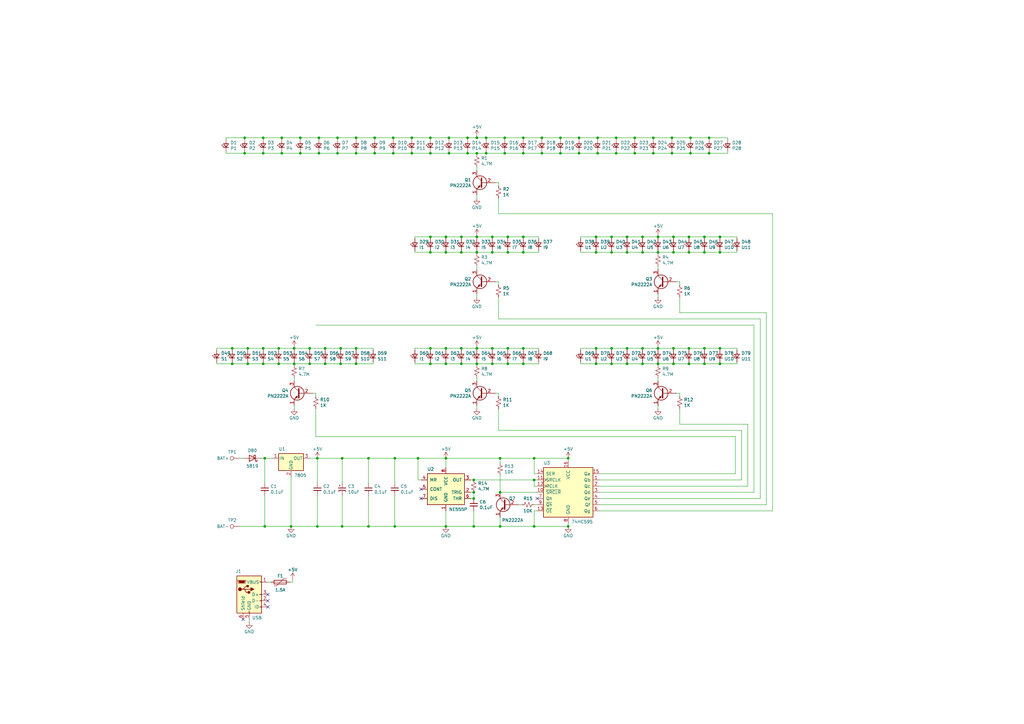
<source format=kicad_sch>
(kicad_sch (version 20231120) (generator "eeschema") (generator_version "8.0")
  (paper "A3")
  (title_block (title "Graduation Cap") (date "2021-03-20") (rev "1A") (comment 4 "Author: Mike Kushnerik"))
  (junction (at 189.23 97.155))
  (junction (at 114.3 149.225))
  (junction (at 101.6 149.225))
  (junction (at 176.53 142.875))
  (junction (at 257.175 149.225))
  (junction (at 171.45 187.96))
  (junction (at 283.21 56.515))
  (junction (at 107.95 142.875))
  (junction (at 214.63 142.875))
  (junction (at 208.28 142.875))
  (junction (at 257.175 142.875))
  (junction (at 146.05 62.865))
  (junction (at 214.63 149.225))
  (junction (at 100.33 56.515))
  (junction (at 282.575 149.225))
  (junction (at 133.35 149.225))
  (junction (at 130.81 62.865))
  (junction (at 229.87 62.865))
  (junction (at 219.075 187.96))
  (junction (at 168.91 56.515))
  (junction (at 201.93 103.505))
  (junction (at 133.35 142.875))
  (junction (at 207.01 56.515))
  (junction (at 245.11 56.515))
  (junction (at 229.87 56.515))
  (junction (at 214.63 56.515))
  (junction (at 244.475 149.225))
  (junction (at 250.825 149.225))
  (junction (at 244.475 103.505))
  (junction (at 161.925 187.96))
  (junction (at 195.58 142.875))
  (junction (at 233.045 215.9))
  (junction (at 176.53 103.505))
  (junction (at 260.35 62.865))
  (junction (at 205.105 215.9))
  (junction (at 146.05 142.875))
  (junction (at 290.83 62.865))
  (junction (at 176.53 97.155))
  (junction (at 295.275 149.225))
  (junction (at 176.53 62.865))
  (junction (at 276.225 97.155))
  (junction (at 191.77 56.515))
  (junction (at 130.81 56.515))
  (junction (at 201.93 97.155))
  (junction (at 194.31 201.93))
  (junction (at 195.58 62.865))
  (junction (at 267.97 62.865))
  (junction (at 127 142.875))
  (junction (at 107.95 62.865))
  (junction (at 295.275 103.505))
  (junction (at 189.23 103.505))
  (junction (at 176.53 56.515))
  (junction (at 257.175 97.155))
  (junction (at 275.59 62.865))
  (junction (at 208.28 97.155))
  (junction (at 214.63 97.155))
  (junction (at 288.925 103.505))
  (junction (at 161.29 56.515))
  (junction (at 214.63 103.505))
  (junction (at 269.875 97.155))
  (junction (at 100.33 62.865))
  (junction (at 184.15 62.865))
  (junction (at 194.31 204.47))
  (junction (at 222.25 56.515))
  (junction (at 208.28 149.225))
  (junction (at 184.15 56.515))
  (junction (at 288.925 97.155))
  (junction (at 244.475 142.875))
  (junction (at 282.575 97.155))
  (junction (at 195.58 149.225))
  (junction (at 146.05 149.225))
  (junction (at 107.95 56.515))
  (junction (at 244.475 97.155))
  (junction (at 127 149.225))
  (junction (at 114.3 142.875))
  (junction (at 263.525 142.875))
  (junction (at 182.88 187.96))
  (junction (at 115.57 56.515))
  (junction (at 250.825 142.875))
  (junction (at 123.19 62.865))
  (junction (at 219.075 196.85))
  (junction (at 263.525 103.505))
  (junction (at 207.01 62.865))
  (junction (at 130.175 215.9))
  (junction (at 168.91 62.865))
  (junction (at 276.225 149.225))
  (junction (at 115.57 62.865))
  (junction (at 260.35 56.515))
  (junction (at 161.925 215.9))
  (junction (at 146.05 56.515))
  (junction (at 275.59 56.515))
  (junction (at 282.575 142.875))
  (junction (at 222.25 62.865))
  (junction (at 95.25 142.875))
  (junction (at 119.38 215.9))
  (junction (at 199.39 62.865))
  (junction (at 195.58 56.515))
  (junction (at 237.49 56.515))
  (junction (at 123.19 56.515))
  (junction (at 295.275 142.875))
  (junction (at 263.525 97.155))
  (junction (at 208.28 103.505))
  (junction (at 108.585 215.9))
  (junction (at 245.11 62.865))
  (junction (at 107.95 149.225))
  (junction (at 219.075 215.9))
  (junction (at 263.525 149.225))
  (junction (at 276.225 142.875))
  (junction (at 182.88 142.875))
  (junction (at 250.825 103.505))
  (junction (at 269.875 149.225))
  (junction (at 288.925 149.225))
  (junction (at 120.65 149.225))
  (junction (at 295.275 97.155))
  (junction (at 269.875 103.505))
  (junction (at 194.31 196.85))
  (junction (at 138.43 62.865))
  (junction (at 140.335 187.96))
  (junction (at 191.77 62.865))
  (junction (at 189.23 142.875))
  (junction (at 189.23 149.225))
  (junction (at 153.67 62.865))
  (junction (at 140.335 215.9))
  (junction (at 139.7 142.875))
  (junction (at 201.93 149.225))
  (junction (at 151.13 215.9))
  (junction (at 276.225 103.505))
  (junction (at 201.93 142.875))
  (junction (at 267.97 56.515))
  (junction (at 108.585 187.96))
  (junction (at 237.49 62.865))
  (junction (at 250.825 97.155))
  (junction (at 161.29 62.865))
  (junction (at 252.73 62.865))
  (junction (at 95.25 149.225))
  (junction (at 252.73 56.515))
  (junction (at 101.6 142.875))
  (junction (at 290.83 56.515))
  (junction (at 205.105 201.93))
  (junction (at 176.53 149.225))
  (junction (at 139.7 149.225))
  (junction (at 182.88 97.155))
  (junction (at 138.43 56.515))
  (junction (at 130.175 187.96))
  (junction (at 153.67 56.515))
  (junction (at 182.88 103.505))
  (junction (at 194.31 215.9))
  (junction (at 182.88 149.225))
  (junction (at 214.63 62.865))
  (junction (at 233.045 187.96))
  (junction (at 151.13 187.96))
  (junction (at 182.88 215.9))
  (junction (at 195.58 97.155))
  (junction (at 283.21 62.865))
  (junction (at 257.175 103.505))
  (junction (at 269.875 142.875))
  (junction (at 195.58 103.505))
  (junction (at 282.575 103.505))
  (junction (at 199.39 56.515))
  (junction (at 205.105 187.96))
  (junction (at 120.65 142.875))
  (junction (at 288.925 142.875))
  (no_connect (at 172.72 204.47))
  (no_connect (at 109.855 243.84))
  (no_connect (at 99.695 254))
  (no_connect (at 220.345 204.47))
  (no_connect (at 109.855 248.92))
  (no_connect (at 172.72 200.66))
  (no_connect (at 109.855 246.38))
  (wire (pts (xy 184.15 57.15) (xy 184.15 56.515)))
  (wire (pts (xy 214.63 97.79) (xy 214.63 97.155)))
  (wire (pts (xy 101.6 149.225) (xy 107.95 149.225)))
  (wire (pts (xy 275.59 56.515) (xy 283.21 56.515)))
  (wire (pts (xy 195.58 103.505) (xy 195.58 104.14)))
  (wire (pts (xy 172.72 196.85) (xy 171.45 196.85)))
  (wire (pts (xy 195.58 148.59) (xy 195.58 149.225)))
  (wire (pts (xy 107.95 62.23) (xy 107.95 62.865)))
  (wire (pts (xy 276.225 102.87) (xy 276.225 103.505)))
  (wire (pts (xy 214.63 97.155) (xy 220.98 97.155)))
  (wire (pts (xy 260.35 56.515) (xy 267.97 56.515)))
  (wire (pts (xy 219.075 207.01) (xy 220.345 207.01)))
  (wire (pts (xy 120.65 142.875) (xy 127 142.875)))
  (wire (pts (xy 176.53 62.865) (xy 184.15 62.865)))
  (wire (pts (xy 263.525 97.155) (xy 269.875 97.155)))
  (wire (pts (xy 195.58 149.225) (xy 195.58 149.86)))
  (wire (pts (xy 275.59 56.515) (xy 275.59 57.15)))
  (wire (pts (xy 153.67 62.23) (xy 153.67 62.865)))
  (wire (pts (xy 238.125 97.155) (xy 244.475 97.155)))
  (wire (pts (xy 195.58 103.505) (xy 201.93 103.505)))
  (wire (pts (xy 263.525 97.79) (xy 263.525 97.155)))
  (wire (pts (xy 161.925 215.9) (xy 182.88 215.9)))
  (wire (pts (xy 130.81 56.515) (xy 123.19 56.515)))
  (wire (pts (xy 182.88 103.505) (xy 189.23 103.505)))
  (wire (pts (xy 92.71 62.865) (xy 92.71 62.23)))
  (wire (pts (xy 146.05 56.515) (xy 138.43 56.515)))
  (wire (pts (xy 139.7 148.59) (xy 139.7 149.225)))
  (wire (pts (xy 283.21 62.23) (xy 283.21 62.865)))
  (wire (pts (xy 95.25 143.51) (xy 95.25 142.875)))
  (wire (pts (xy 195.58 97.155) (xy 195.58 96.52)))
  (wire (pts (xy 123.19 62.865) (xy 130.81 62.865)))
  (wire (pts (xy 276.225 97.79) (xy 276.225 97.155)))
  (wire (pts (xy 244.475 97.79) (xy 244.475 97.155)))
  (wire (pts (xy 199.39 62.23) (xy 199.39 62.865)))
  (wire (pts (xy 168.91 57.15) (xy 168.91 56.515)))
  (wire (pts (xy 130.175 187.96) (xy 140.335 187.96)))
  (wire (pts (xy 205.105 201.93) (xy 205.105 194.945)))
  (wire (pts (xy 195.58 62.865) (xy 199.39 62.865)))
  (wire (pts (xy 260.35 62.23) (xy 260.35 62.865)))
  (wire (pts (xy 176.53 97.79) (xy 176.53 97.155)))
  (wire (pts (xy 257.175 148.59) (xy 257.175 149.225)))
  (wire (pts (xy 283.21 62.865) (xy 290.83 62.865)))
  (wire (pts (xy 245.745 207.01) (xy 314.325 207.01)))
  (wire (pts (xy 288.925 148.59) (xy 288.925 149.225)))
  (wire (pts (xy 309.245 133.35) (xy 309.245 201.93)))
  (wire (pts (xy 182.88 102.87) (xy 182.88 103.505)))
  (wire (pts (xy 252.73 57.15) (xy 252.73 56.515)))
  (wire (pts (xy 184.15 62.865) (xy 191.77 62.865)))
  (wire (pts (xy 267.97 56.515) (xy 275.59 56.515)))
  (wire (pts (xy 204.47 116.84) (xy 204.47 115.57)))
  (wire (pts (xy 120.65 167.64) (xy 120.65 166.37)))
  (wire (pts (xy 238.125 143.51) (xy 238.125 142.875)))
  (wire (pts (xy 95.25 148.59) (xy 95.25 149.225)))
  (wire (pts (xy 201.93 103.505) (xy 208.28 103.505)))
  (wire (pts (xy 115.57 62.23) (xy 115.57 62.865)))
  (wire (pts (xy 214.63 56.515) (xy 222.25 56.515)))
  (wire (pts (xy 275.59 62.23) (xy 275.59 62.865)))
  (wire (pts (xy 101.6 148.59) (xy 101.6 149.225)))
  (wire (pts (xy 92.71 57.15) (xy 92.71 56.515)))
  (wire (pts (xy 130.81 62.23) (xy 130.81 62.865)))
  (wire (pts (xy 195.58 81.28) (xy 195.58 80.01)))
  (wire (pts (xy 127 149.225) (xy 133.35 149.225)))
  (wire (pts (xy 170.18 102.87) (xy 170.18 103.505)))
  (wire (pts (xy 276.225 143.51) (xy 276.225 142.875)))
  (wire (pts (xy 237.49 62.865) (xy 245.11 62.865)))
  (wire (pts (xy 133.35 149.225) (xy 139.7 149.225)))
  (wire (pts (xy 245.745 201.93) (xy 309.245 201.93)))
  (wire (pts (xy 205.105 187.96) (xy 219.075 187.96)))
  (wire (pts (xy 295.275 149.225) (xy 302.26 149.225)))
  (wire (pts (xy 204.47 176.53) (xy 304.165 176.53)))
  (wire (pts (xy 238.125 148.59) (xy 238.125 149.225)))
  (wire (pts (xy 282.575 97.79) (xy 282.575 97.155)))
  (wire (pts (xy 263.525 148.59) (xy 263.525 149.225)))
  (wire (pts (xy 129.54 133.35) (xy 309.245 133.35)))
  (wire (pts (xy 194.31 204.47) (xy 194.31 201.93)))
  (wire (pts (xy 298.45 62.23) (xy 298.45 62.865)))
  (wire (pts (xy 245.745 194.31) (xy 301.625 194.31)))
  (wire (pts (xy 191.77 57.15) (xy 191.77 56.515)))
  (wire (pts (xy 176.53 102.87) (xy 176.53 103.505)))
  (wire (pts (xy 269.875 149.225) (xy 269.875 149.86)))
  (wire (pts (xy 184.15 62.23) (xy 184.15 62.865)))
  (wire (pts (xy 208.28 103.505) (xy 214.63 103.505)))
  (wire (pts (xy 107.95 143.51) (xy 107.95 142.875)))
  (wire (pts (xy 88.9 143.51) (xy 88.9 142.875)))
  (wire (pts (xy 127 142.875) (xy 133.35 142.875)))
  (wire (pts (xy 257.175 102.87) (xy 257.175 103.505)))
  (wire (pts (xy 130.81 62.865) (xy 138.43 62.865)))
  (wire (pts (xy 250.825 102.87) (xy 250.825 103.505)))
  (wire (pts (xy 153.035 149.225) (xy 153.035 148.59)))
  (wire (pts (xy 195.58 156.21) (xy 195.58 154.94)))
  (wire (pts (xy 189.23 102.87) (xy 189.23 103.505)))
  (wire (pts (xy 151.13 187.96) (xy 161.925 187.96)))
  (wire (pts (xy 195.58 167.64) (xy 195.58 166.37)))
  (wire (pts (xy 214.63 102.87) (xy 214.63 103.505)))
  (wire (pts (xy 222.25 62.865) (xy 229.87 62.865)))
  (wire (pts (xy 282.575 148.59) (xy 282.575 149.225)))
  (wire (pts (xy 176.53 103.505) (xy 182.88 103.505)))
  (wire (pts (xy 107.95 62.865) (xy 100.33 62.865)))
  (wire (pts (xy 269.875 103.505) (xy 269.875 104.14)))
  (wire (pts (xy 189.23 142.875) (xy 195.58 142.875)))
  (wire (pts (xy 88.9 149.225) (xy 95.25 149.225)))
  (wire (pts (xy 290.83 56.515) (xy 298.45 56.515)))
  (wire (pts (xy 260.35 57.15) (xy 260.35 56.515)))
  (wire (pts (xy 212.725 207.01) (xy 213.995 207.01)))
  (wire (pts (xy 269.875 97.155) (xy 276.225 97.155)))
  (wire (pts (xy 205.105 189.865) (xy 205.105 187.96)))
  (wire (pts (xy 161.925 203.2) (xy 161.925 215.9)))
  (wire (pts (xy 115.57 62.865) (xy 123.19 62.865)))
  (wire (pts (xy 168.91 62.865) (xy 176.53 62.865)))
  (wire (pts (xy 123.19 57.15) (xy 123.19 56.515)))
  (wire (pts (xy 120.65 149.225) (xy 127 149.225)))
  (wire (pts (xy 170.18 97.79) (xy 170.18 97.155)))
  (wire (pts (xy 191.77 56.515) (xy 184.15 56.515)))
  (wire (pts (xy 100.33 57.15) (xy 100.33 56.515)))
  (wire (pts (xy 219.075 194.31) (xy 219.075 187.96)))
  (wire (pts (xy 204.47 87.63) (xy 316.865 87.63)))
  (wire (pts (xy 233.045 214.63) (xy 233.045 215.9)))
  (wire (pts (xy 214.63 148.59) (xy 214.63 149.225)))
  (wire (pts (xy 107.315 187.96) (xy 108.585 187.96)))
  (wire (pts (xy 153.035 142.875) (xy 153.035 143.51)))
  (wire (pts (xy 151.13 198.12) (xy 151.13 187.96)))
  (wire (pts (xy 195.58 97.155) (xy 201.93 97.155)))
  (wire (pts (xy 245.11 62.23) (xy 245.11 62.865)))
  (wire (pts (xy 244.475 143.51) (xy 244.475 142.875)))
  (wire (pts (xy 108.585 215.9) (xy 119.38 215.9)))
  (wire (pts (xy 283.21 57.15) (xy 283.21 56.515)))
  (wire (pts (xy 182.88 187.96) (xy 182.88 191.77)))
  (wire (pts (xy 252.73 56.515) (xy 260.35 56.515)))
  (wire (pts (xy 151.13 203.2) (xy 151.13 215.9)))
  (wire (pts (xy 133.35 148.59) (xy 133.35 149.225)))
  (wire (pts (xy 219.075 199.39) (xy 219.075 196.85)))
  (wire (pts (xy 250.825 97.79) (xy 250.825 97.155)))
  (wire (pts (xy 107.95 149.225) (xy 114.3 149.225)))
  (wire (pts (xy 109.855 238.76) (xy 111.125 238.76)))
  (wire (pts (xy 195.58 55.88) (xy 195.58 56.515)))
  (wire (pts (xy 161.29 62.23) (xy 161.29 62.865)))
  (wire (pts (xy 130.175 215.9) (xy 140.335 215.9)))
  (wire (pts (xy 214.63 142.875) (xy 220.98 142.875)))
  (wire (pts (xy 108.585 198.12) (xy 108.585 187.96)))
  (wire (pts (xy 244.475 148.59) (xy 244.475 149.225)))
  (wire (pts (xy 191.77 62.23) (xy 191.77 62.865)))
  (wire (pts (xy 302.26 103.505) (xy 302.26 102.87)))
  (wire (pts (xy 182.88 97.155) (xy 189.23 97.155)))
  (wire (pts (xy 316.865 87.63) (xy 316.865 209.55)))
  (wire (pts (xy 170.18 149.225) (xy 176.53 149.225)))
  (wire (pts (xy 207.01 62.865) (xy 214.63 62.865)))
  (wire (pts (xy 100.33 62.865) (xy 92.71 62.865)))
  (wire (pts (xy 208.28 148.59) (xy 208.28 149.225)))
  (wire (pts (xy 208.28 97.155) (xy 214.63 97.155)))
  (wire (pts (xy 250.825 97.155) (xy 257.175 97.155)))
  (wire (pts (xy 269.875 121.92) (xy 269.875 120.65)))
  (wire (pts (xy 204.47 167.64) (xy 204.47 176.53)))
  (wire (pts (xy 220.345 209.55) (xy 219.075 209.55)))
  (wire (pts (xy 189.23 97.155) (xy 195.58 97.155)))
  (wire (pts (xy 133.35 142.875) (xy 139.7 142.875)))
  (wire (pts (xy 288.925 103.505) (xy 295.275 103.505)))
  (wire (pts (xy 195.58 121.92) (xy 195.58 120.65)))
  (wire (pts (xy 250.825 149.225) (xy 257.175 149.225)))
  (wire (pts (xy 199.39 57.15) (xy 199.39 56.515)))
  (wire (pts (xy 119.38 215.9) (xy 130.175 215.9)))
  (wire (pts (xy 120.65 156.21) (xy 120.65 154.94)))
  (wire (pts (xy 139.7 142.875) (xy 146.05 142.875)))
  (wire (pts (xy 146.05 62.23) (xy 146.05 62.865)))
  (wire (pts (xy 195.58 149.225) (xy 201.93 149.225)))
  (wire (pts (xy 229.87 57.15) (xy 229.87 56.515)))
  (wire (pts (xy 290.83 57.15) (xy 290.83 56.515)))
  (wire (pts (xy 269.875 97.155) (xy 269.875 97.79)))
  (wire (pts (xy 282.575 142.875) (xy 288.925 142.875)))
  (wire (pts (xy 314.325 128.27) (xy 314.325 207.01)))
  (wire (pts (xy 120.65 142.875) (xy 120.65 143.51)))
  (wire (pts (xy 182.88 97.79) (xy 182.88 97.155)))
  (wire (pts (xy 146.05 149.225) (xy 153.035 149.225)))
  (wire (pts (xy 295.275 103.505) (xy 302.26 103.505)))
  (wire (pts (xy 193.04 204.47) (xy 194.31 204.47)))
  (wire (pts (xy 207.01 56.515) (xy 207.01 57.15)))
  (wire (pts (xy 276.225 149.225) (xy 282.575 149.225)))
  (wire (pts (xy 208.28 142.875) (xy 214.63 142.875)))
  (wire (pts (xy 269.875 102.87) (xy 269.875 103.505)))
  (wire (pts (xy 222.25 57.15) (xy 222.25 56.515)))
  (wire (pts (xy 244.475 103.505) (xy 250.825 103.505)))
  (wire (pts (xy 88.9 142.875) (xy 95.25 142.875)))
  (wire (pts (xy 182.88 187.96) (xy 205.105 187.96)))
  (wire (pts (xy 257.175 103.505) (xy 263.525 103.505)))
  (wire (pts (xy 101.6 142.875) (xy 107.95 142.875)))
  (wire (pts (xy 288.925 149.225) (xy 295.275 149.225)))
  (wire (pts (xy 311.785 130.81) (xy 311.785 204.47)))
  (wire (pts (xy 245.11 57.15) (xy 245.11 56.515)))
  (wire (pts (xy 130.175 203.2) (xy 130.175 215.9)))
  (wire (pts (xy 288.925 97.155) (xy 295.275 97.155)))
  (wire (pts (xy 115.57 57.15) (xy 115.57 56.515)))
  (wire (pts (xy 114.3 142.875) (xy 120.65 142.875)))
  (wire (pts (xy 153.67 57.15) (xy 153.67 56.515)))
  (wire (pts (xy 301.625 179.07) (xy 301.625 194.31)))
  (wire (pts (xy 171.45 187.96) (xy 182.88 187.96)))
  (wire (pts (xy 237.49 56.515) (xy 245.11 56.515)))
  (wire (pts (xy 208.28 102.87) (xy 208.28 103.505)))
  (wire (pts (xy 290.83 62.865) (xy 298.45 62.865)))
  (wire (pts (xy 102.235 255.27) (xy 102.235 254)))
  (wire (pts (xy 203.2 74.93) (xy 204.47 74.93)))
  (wire (pts (xy 133.35 143.51) (xy 133.35 142.875)))
  (wire (pts (xy 201.93 102.87) (xy 201.93 103.505)))
  (wire (pts (xy 238.125 102.87) (xy 238.125 103.505)))
  (wire (pts (xy 88.9 148.59) (xy 88.9 149.225)))
  (wire (pts (xy 295.275 142.875) (xy 302.26 142.875)))
  (wire (pts (xy 170.18 142.875) (xy 176.53 142.875)))
  (wire (pts (xy 195.58 102.87) (xy 195.58 103.505)))
  (wire (pts (xy 238.125 149.225) (xy 244.475 149.225)))
  (wire (pts (xy 276.225 103.505) (xy 282.575 103.505)))
  (wire (pts (xy 208.28 97.79) (xy 208.28 97.155)))
  (wire (pts (xy 170.18 97.155) (xy 176.53 97.155)))
  (wire (pts (xy 269.875 110.49) (xy 269.875 109.22)))
  (wire (pts (xy 123.19 62.23) (xy 123.19 62.865)))
  (wire (pts (xy 269.875 103.505) (xy 276.225 103.505)))
  (wire (pts (xy 98.425 187.96) (xy 99.695 187.96)))
  (wire (pts (xy 100.33 56.515) (xy 107.95 56.515)))
  (wire (pts (xy 204.47 76.2) (xy 204.47 74.93)))
  (wire (pts (xy 257.175 149.225) (xy 263.525 149.225)))
  (wire (pts (xy 282.575 97.155) (xy 288.925 97.155)))
  (wire (pts (xy 269.875 156.21) (xy 269.875 154.94)))
  (wire (pts (xy 245.745 199.39) (xy 306.705 199.39)))
  (wire (pts (xy 205.105 215.9) (xy 219.075 215.9)))
  (wire (pts (xy 107.95 142.875) (xy 114.3 142.875)))
  (wire (pts (xy 245.11 56.515) (xy 252.73 56.515)))
  (wire (pts (xy 220.98 102.87) (xy 220.98 103.505)))
  (wire (pts (xy 161.925 198.12) (xy 161.925 187.96)))
  (wire (pts (xy 146.05 62.865) (xy 153.67 62.865)))
  (wire (pts (xy 220.98 148.59) (xy 220.98 149.225)))
  (wire (pts (xy 189.23 103.505) (xy 195.58 103.505)))
  (wire (pts (xy 263.525 149.225) (xy 269.875 149.225)))
  (wire (pts (xy 237.49 62.23) (xy 237.49 62.865)))
  (wire (pts (xy 100.33 62.23) (xy 100.33 62.865)))
  (wire (pts (xy 220.345 194.31) (xy 219.075 194.31)))
  (wire (pts (xy 245.745 196.85) (xy 304.165 196.85)))
  (wire (pts (xy 176.53 148.59) (xy 176.53 149.225)))
  (wire (pts (xy 263.525 143.51) (xy 263.525 142.875)))
  (wire (pts (xy 153.67 62.865) (xy 161.29 62.865)))
  (wire (pts (xy 252.73 62.23) (xy 252.73 62.865)))
  (wire (pts (xy 189.23 143.51) (xy 189.23 142.875)))
  (wire (pts (xy 257.175 97.155) (xy 263.525 97.155)))
  (wire (pts (xy 204.47 81.28) (xy 204.47 87.63)))
  (wire (pts (xy 233.045 215.9) (xy 219.075 215.9)))
  (wire (pts (xy 182.88 149.225) (xy 189.23 149.225)))
  (wire (pts (xy 95.25 142.875) (xy 101.6 142.875)))
  (wire (pts (xy 302.26 142.875) (xy 302.26 143.51)))
  (wire (pts (xy 205.105 201.93) (xy 220.345 201.93)))
  (wire (pts (xy 233.045 187.96) (xy 219.075 187.96)))
  (wire (pts (xy 220.98 143.51) (xy 220.98 142.875)))
  (wire (pts (xy 237.49 57.15) (xy 237.49 56.515)))
  (wire (pts (xy 244.475 102.87) (xy 244.475 103.505)))
  (wire (pts (xy 282.575 149.225) (xy 288.925 149.225)))
  (wire (pts (xy 193.04 201.93) (xy 194.31 201.93)))
  (wire (pts (xy 176.53 142.875) (xy 182.88 142.875)))
  (wire (pts (xy 263.525 103.505) (xy 269.875 103.505)))
  (wire (pts (xy 220.345 196.85) (xy 219.075 196.85)))
  (wire (pts (xy 127 143.51) (xy 127 142.875)))
  (wire (pts (xy 108.585 203.2) (xy 108.585 215.9)))
  (wire (pts (xy 176.53 57.15) (xy 176.53 56.515)))
  (wire (pts (xy 267.97 57.15) (xy 267.97 56.515)))
  (wire (pts (xy 168.91 56.515) (xy 161.29 56.515)))
  (wire (pts (xy 204.47 130.81) (xy 311.785 130.81)))
  (wire (pts (xy 199.39 62.865) (xy 207.01 62.865)))
  (wire (pts (xy 140.335 203.2) (xy 140.335 215.9)))
  (wire (pts (xy 127 148.59) (xy 127 149.225)))
  (wire (pts (xy 107.95 57.15) (xy 107.95 56.515)))
  (wire (pts (xy 201.93 97.79) (xy 201.93 97.155)))
  (wire (pts (xy 139.7 149.225) (xy 146.05 149.225)))
  (wire (pts (xy 161.29 62.865) (xy 168.91 62.865)))
  (wire (pts (xy 282.575 102.87) (xy 282.575 103.505)))
  (wire (pts (xy 108.585 187.96) (xy 111.76 187.96)))
  (wire (pts (xy 120.65 142.875) (xy 120.65 142.24)))
  (wire (pts (xy 161.29 57.15) (xy 161.29 56.515)))
  (wire (pts (xy 170.18 143.51) (xy 170.18 142.875)))
  (wire (pts (xy 201.93 97.155) (xy 208.28 97.155)))
  (wire (pts (xy 267.97 62.865) (xy 275.59 62.865)))
  (wire (pts (xy 195.58 110.49) (xy 195.58 109.22)))
  (wire (pts (xy 194.31 196.85) (xy 219.075 196.85)))
  (wire (pts (xy 269.875 149.225) (xy 276.225 149.225)))
  (wire (pts (xy 267.97 62.23) (xy 267.97 62.865)))
  (wire (pts (xy 214.63 62.23) (xy 214.63 62.865)))
  (wire (pts (xy 189.23 148.59) (xy 189.23 149.225)))
  (wire (pts (xy 168.91 62.23) (xy 168.91 62.865)))
  (wire (pts (xy 269.875 167.64) (xy 269.875 166.37)))
  (wire (pts (xy 220.345 199.39) (xy 219.075 199.39)))
  (wire (pts (xy 92.71 56.515) (xy 100.33 56.515)))
  (wire (pts (xy 189.23 149.225) (xy 195.58 149.225)))
  (wire (pts (xy 195.58 142.875) (xy 195.58 143.51)))
  (wire (pts (xy 250.825 148.59) (xy 250.825 149.225)))
  (wire (pts (xy 277.495 115.57) (xy 278.765 115.57)))
  (wire (pts (xy 170.18 103.505) (xy 176.53 103.505)))
  (wire (pts (xy 302.26 149.225) (xy 302.26 148.59)))
  (wire (pts (xy 193.04 196.85) (xy 194.31 196.85)))
  (wire (pts (xy 288.925 142.875) (xy 295.275 142.875)))
  (wire (pts (xy 138.43 56.515) (xy 130.81 56.515)))
  (wire (pts (xy 207.01 56.515) (xy 214.63 56.515)))
  (wire (pts (xy 189.23 97.79) (xy 189.23 97.155)))
  (wire (pts (xy 208.28 143.51) (xy 208.28 142.875)))
  (wire (pts (xy 194.31 215.9) (xy 182.88 215.9)))
  (wire (pts (xy 195.58 97.155) (xy 195.58 97.79)))
  (wire (pts (xy 140.335 215.9) (xy 151.13 215.9)))
  (wire (pts (xy 276.225 142.875) (xy 282.575 142.875)))
  (wire (pts (xy 269.875 142.875) (xy 276.225 142.875)))
  (wire (pts (xy 191.77 62.865) (xy 195.58 62.865)))
  (wire (pts (xy 138.43 56.515) (xy 138.43 57.15)))
  (wire (pts (xy 302.26 97.155) (xy 302.26 97.79)))
  (wire (pts (xy 214.63 103.505) (xy 220.98 103.505)))
  (wire (pts (xy 233.045 189.23) (xy 233.045 187.96)))
  (wire (pts (xy 138.43 62.23) (xy 138.43 62.865)))
  (wire (pts (xy 120.65 148.59) (xy 120.65 149.225)))
  (wire (pts (xy 127 187.96) (xy 130.175 187.96)))
  (wire (pts (xy 130.175 198.12) (xy 130.175 187.96)))
  (wire (pts (xy 120.015 238.76) (xy 120.015 237.49)))
  (wire (pts (xy 245.745 204.47) (xy 311.785 204.47)))
  (wire (pts (xy 138.43 62.865) (xy 146.05 62.865)))
  (wire (pts (xy 250.825 142.875) (xy 257.175 142.875)))
  (wire (pts (xy 195.58 63.5) (xy 195.58 62.865)))
  (wire (pts (xy 252.73 62.865) (xy 260.35 62.865)))
  (wire (pts (xy 244.475 97.155) (xy 250.825 97.155)))
  (wire (pts (xy 194.31 215.9) (xy 205.105 215.9)))
  (wire (pts (xy 95.25 149.225) (xy 101.6 149.225)))
  (wire (pts (xy 199.39 56.515) (xy 195.58 56.515)))
  (wire (pts (xy 288.925 102.87) (xy 288.925 103.505)))
  (wire (pts (xy 146.05 142.875) (xy 153.035 142.875)))
  (wire (pts (xy 205.105 212.09) (xy 205.105 215.9)))
  (wire (pts (xy 257.175 97.79) (xy 257.175 97.155)))
  (wire (pts (xy 130.81 57.15) (xy 130.81 56.515)))
  (wire (pts (xy 288.925 97.79) (xy 288.925 97.155)))
  (wire (pts (xy 288.925 143.51) (xy 288.925 142.875)))
  (wire (pts (xy 201.93 149.225) (xy 208.28 149.225)))
  (wire (pts (xy 115.57 56.515) (xy 107.95 56.515)))
  (wire (pts (xy 176.53 149.225) (xy 182.88 149.225)))
  (wire (pts (xy 128.27 161.29) (xy 129.54 161.29)))
  (wire (pts (xy 245.11 62.865) (xy 252.73 62.865)))
  (wire (pts (xy 277.495 161.29) (xy 278.765 161.29)))
  (wire (pts (xy 207.01 62.23) (xy 207.01 62.865)))
  (wire (pts (xy 269.875 142.875) (xy 269.875 142.24)))
  (wire (pts (xy 176.53 143.51) (xy 176.53 142.875)))
  (wire (pts (xy 278.765 116.84) (xy 278.765 115.57)))
  (wire (pts (xy 245.745 209.55) (xy 316.865 209.55)))
  (wire (pts (xy 278.765 162.56) (xy 278.765 161.29)))
  (wire (pts (xy 250.825 103.505) (xy 257.175 103.505)))
  (wire (pts (xy 275.59 62.865) (xy 283.21 62.865)))
  (wire (pts (xy 195.58 56.515) (xy 191.77 56.515)))
  (wire (pts (xy 257.175 142.875) (xy 263.525 142.875)))
  (wire (pts (xy 153.67 56.515) (xy 146.05 56.515)))
  (wire (pts (xy 229.87 56.515) (xy 237.49 56.515)))
  (wire (pts (xy 238.125 103.505) (xy 244.475 103.505)))
  (wire (pts (xy 263.525 102.87) (xy 263.525 103.505)))
  (wire (pts (xy 170.18 148.59) (xy 170.18 149.225)))
  (wire (pts (xy 214.63 57.15) (xy 214.63 56.515)))
  (wire (pts (xy 276.225 148.59) (xy 276.225 149.225)))
  (wire (pts (xy 139.7 143.51) (xy 139.7 142.875)))
  (wire (pts (xy 118.745 238.76) (xy 120.015 238.76)))
  (wire (pts (xy 146.05 148.59) (xy 146.05 149.225)))
  (wire (pts (xy 214.63 62.865) (xy 222.25 62.865)))
  (wire (pts (xy 184.15 56.515) (xy 176.53 56.515)))
  (wire (pts (xy 129.54 167.64) (xy 129.54 179.07)))
  (wire (pts (xy 295.275 102.87) (xy 295.275 103.505)))
  (wire (pts (xy 257.175 143.51) (xy 257.175 142.875)))
  (wire (pts (xy 182.88 142.875) (xy 189.23 142.875)))
  (wire (pts (xy 290.83 62.23) (xy 290.83 62.865)))
  (wire (pts (xy 207.01 56.515) (xy 199.39 56.515)))
  (wire (pts (xy 250.825 143.51) (xy 250.825 142.875)))
  (wire (pts (xy 306.705 173.99) (xy 306.705 199.39)))
  (wire (pts (xy 119.38 195.58) (xy 119.38 215.9)))
  (wire (pts (xy 214.63 149.225) (xy 220.98 149.225)))
  (wire (pts (xy 107.95 148.59) (xy 107.95 149.225)))
  (wire (pts (xy 182.88 143.51) (xy 182.88 142.875)))
  (wire (pts (xy 203.2 161.29) (xy 204.47 161.29)))
  (wire (pts (xy 195.58 142.875) (xy 201.93 142.875)))
  (wire (pts (xy 140.335 187.96) (xy 151.13 187.96)))
  (wire (pts (xy 278.765 173.99) (xy 306.705 173.99)))
  (wire (pts (xy 298.45 57.15) (xy 298.45 56.515)))
  (wire (pts (xy 229.87 62.23) (xy 229.87 62.865)))
  (wire (pts (xy 201.93 148.59) (xy 201.93 149.225)))
  (wire (pts (xy 222.25 62.23) (xy 222.25 62.865)))
  (wire (pts (xy 176.53 56.515) (xy 168.91 56.515)))
  (wire (pts (xy 161.29 56.515) (xy 153.67 56.515)))
  (wire (pts (xy 244.475 149.225) (xy 250.825 149.225)))
  (wire (pts (xy 114.3 149.225) (xy 120.65 149.225)))
  (wire (pts (xy 201.93 142.875) (xy 208.28 142.875)))
  (wire (pts (xy 283.21 56.515) (xy 290.83 56.515)))
  (wire (pts (xy 195.58 69.85) (xy 195.58 68.58)))
  (wire (pts (xy 129.54 162.56) (xy 129.54 161.29)))
  (wire (pts (xy 182.88 209.55) (xy 182.88 215.9)))
  (wire (pts (xy 238.125 142.875) (xy 244.475 142.875)))
  (wire (pts (xy 151.13 215.9) (xy 161.925 215.9)))
  (wire (pts (xy 176.53 97.155) (xy 182.88 97.155)))
  (wire (pts (xy 120.65 149.225) (xy 120.65 149.86)))
  (wire (pts (xy 146.05 57.15) (xy 146.05 56.515)))
  (wire (pts (xy 282.575 103.505) (xy 288.925 103.505)))
  (wire (pts (xy 146.05 143.51) (xy 146.05 142.875)))
  (wire (pts (xy 101.6 143.51) (xy 101.6 142.875)))
  (wire (pts (xy 269.875 148.59) (xy 269.875 149.225)))
  (wire (pts (xy 295.275 97.155) (xy 302.26 97.155)))
  (wire (pts (xy 220.98 97.79) (xy 220.98 97.155)))
  (wire (pts (xy 129.54 179.07) (xy 301.625 179.07)))
  (wire (pts (xy 140.335 198.12) (xy 140.335 187.96)))
  (wire (pts (xy 161.925 187.96) (xy 171.45 187.96)))
  (wire (pts (xy 201.93 143.51) (xy 201.93 142.875)))
  (wire (pts (xy 263.525 142.875) (xy 269.875 142.875)))
  (wire (pts (xy 269.875 97.155) (xy 269.875 96.52)))
  (wire (pts (xy 114.3 143.51) (xy 114.3 142.875)))
  (wire (pts (xy 98.425 215.9) (xy 108.585 215.9)))
  (wire (pts (xy 123.19 56.515) (xy 115.57 56.515)))
  (wire (pts (xy 278.765 128.27) (xy 314.325 128.27)))
  (wire (pts (xy 195.58 142.875) (xy 195.58 142.24)))
  (wire (pts (xy 278.765 121.92) (xy 278.765 128.27)))
  (wire (pts (xy 295.275 148.59) (xy 295.275 149.225)))
  (wire (pts (xy 282.575 143.51) (xy 282.575 142.875)))
  (wire (pts (xy 203.2 115.57) (xy 204.47 115.57)))
  (wire (pts (xy 176.53 62.23) (xy 176.53 62.865)))
  (wire (pts (xy 107.95 62.865) (xy 115.57 62.865)))
  (wire (pts (xy 295.275 97.79) (xy 295.275 97.155)))
  (wire (pts (xy 194.31 209.55) (xy 194.31 215.9)))
  (wire (pts (xy 304.165 176.53) (xy 304.165 196.85)))
  (wire (pts (xy 182.88 148.59) (xy 182.88 149.225)))
  (wire (pts (xy 208.28 149.225) (xy 214.63 149.225)))
  (wire (pts (xy 214.63 143.51) (xy 214.63 142.875)))
  (wire (pts (xy 204.47 121.92) (xy 204.47 130.81)))
  (wire (pts (xy 204.47 162.56) (xy 204.47 161.29)))
  (wire (pts (xy 219.075 209.55) (xy 219.075 215.9)))
  (wire (pts (xy 171.45 187.96) (xy 171.45 196.85)))
  (wire (pts (xy 295.275 143.51) (xy 295.275 142.875)))
  (wire (pts (xy 238.125 97.79) (xy 238.125 97.155)))
  (wire (pts (xy 222.25 56.515) (xy 229.87 56.515)))
  (wire (pts (xy 269.875 142.875) (xy 269.875 143.51)))
  (wire (pts (xy 278.765 167.64) (xy 278.765 173.99)))
  (wire (pts (xy 114.3 148.59) (xy 114.3 149.225)))
  (wire (pts (xy 244.475 142.875) (xy 250.825 142.875)))
  (wire (pts (xy 229.87 62.865) (xy 237.49 62.865)))
  (wire (pts (xy 276.225 97.155) (xy 282.575 97.155)))
  (wire (pts (xy 260.35 62.865) (xy 267.97 62.865)))
  (symbol (lib_id "Graduation_Cap:NE555P") (at 182.88 200.66 0) (unit 1)
    (property "Reference" "U2" (at 175.26 192.405 0) (effects (justify left)))
    (property "Value" "NE555P" (at 184.15 208.915 0) (effects (justify left)))
    (property "Footprint" "Package_DIP:DIP-8_W7.62mm" (effects (hide yes)))
  )
  (symbol (lib_id "Graduation_Cap:SN74HC595") (at 233.045 201.93 0) (unit 1)
    (property "Reference" "U3" (at 222.885 189.865 0) (effects (justify left)))
    (property "Value" "74HC595" (at 234.315 213.995 0) (effects (justify left)))
    (property "Footprint" "Package_DIP:DIP-16_W7.62mm" (effects (hide yes)))
  )
  (symbol (lib_id "Graduation_Cap-rescue:GND-power") (at 233.045 215.9 0) (unit 1)
    (property "Reference" "#PWR018" (effects (hide yes)))
    (property "Value" "GND" (at 233.045 219.71 0))
  )
  (symbol (lib_id "Graduation_Cap-rescue:GND-power") (at 119.38 215.9 0) (unit 1)
    (property "Reference" "#PWR016" (effects (hide yes)))
    (property "Value" "GND" (at 119.38 219.71 0))
  )
  (symbol (lib_id "Device:C_Small") (at 194.31 207.01 0) (unit 1)
    (property "Reference" "C6" (at 196.6468 205.8416 0) (effects (justify left)))
    (property "Value" "0.1uF" (at 196.6468 208.153 0) (effects (justify left)))
    (property "Footprint" "Capacitor_THT:C_Disc_D4.3mm_W1.9mm_P5.00mm" (effects (hide yes)))
  )
  (symbol (lib_id "Graduation_Cap-rescue:GND-power") (at 182.88 215.9 0) (unit 1)
    (property "Reference" "#PWR017" (effects (hide yes)))
    (property "Value" "GND" (at 182.88 219.71 0))
  )
  (symbol (lib_id "Graduation_Cap-rescue:+5V-power") (at 182.88 187.96 0) (unit 1)
    (property "Reference" "#PWR014" (effects (hide yes)))
    (property "Value" "+5V" (at 182.88 184.15 0))
  )
  (symbol (lib_id "Graduation_Cap-rescue:+5V-power") (at 130.175 187.96 0) (unit 1)
    (property "Reference" "#PWR013" (effects (hide yes)))
    (property "Value" "+5V" (at 130.175 184.15 0))
  )
  (symbol (lib_id "Graduation_Cap-rescue:+5V-power") (at 233.045 187.96 0) (unit 1)
    (property "Reference" "#PWR015" (effects (hide yes)))
    (property "Value" "+5V" (at 233.045 184.15 0))
  )
  (symbol (lib_id "Device:D_Schottky") (at 103.505 187.96 180) (unit 1)
    (property "Reference" "D80" (at 103.505 184.785 0))
    (property "Value" "5819" (at 103.505 191.135 0))
    (property "Footprint" "Diode_THT:D_DO-41_SOD81_P7.62mm_Horizontal" (effects (hide yes)))
  )
  (symbol (lib_id "Device:C_Small") (at 151.13 200.66 0) (unit 1)
    (property "Reference" "C4" (at 153.4668 199.4916 0) (effects (justify left)))
    (property "Value" "0.1uF" (at 153.4668 201.803 0) (effects (justify left)))
    (property "Footprint" "Capacitor_THT:C_Disc_D4.3mm_W1.9mm_P5.00mm" (effects (hide yes)))
  )
  (symbol (lib_id "Device:C_Small") (at 130.175 200.66 0) (unit 1)
    (property "Reference" "C2" (at 132.5118 199.4916 0) (effects (justify left)))
    (property "Value" "0.1uF" (at 132.5118 201.803 0) (effects (justify left)))
    (property "Footprint" "Capacitor_THT:C_Disc_D4.3mm_W1.9mm_P5.00mm" (effects (hide yes)))
  )
  (symbol (lib_id "Device:C_Small") (at 108.585 200.66 0) (unit 1)
    (property "Reference" "C1" (at 110.9218 199.4916 0) (effects (justify left)))
    (property "Value" "0.1uF" (at 110.9218 201.803 0) (effects (justify left)))
    (property "Footprint" "Capacitor_THT:C_Disc_D4.3mm_W1.9mm_P5.00mm" (effects (hide yes)))
  )
  (symbol (lib_id "Connector:TestPoint") (at 98.425 187.96 90) (unit 1)
    (property "Reference" "TP1" (at 95.25 185.42 90))
    (property "Value" "BAT+" (at 91.44 187.96 90))
    (property "Footprint" "Graduation_Cap:WIRE_SR_C" (effects (hide yes)))
  )
  (symbol (lib_id "Connector:TestPoint") (at 98.425 215.9 90) (unit 1)
    (property "Reference" "TP2" (at 95.25 213.36 90))
    (property "Value" "BAT-" (at 91.44 215.9 90))
    (property "Footprint" "Graduation_Cap:WIRE_SR_R" (effects (hide yes)))
  )
  (symbol (lib_id "Device:R_Small_US") (at 194.31 199.39 0) (unit 1)
    (property "Reference" "R14" (at 196.0372 198.2216 0) (effects (justify left)))
    (property "Value" "4.7M" (at 196.0372 200.533 0) (effects (justify left)))
    (property "Footprint" "Resistor_THT:R_Axial_DIN0204_L3.6mm_D1.6mm_P5.08mm_Horizontal" (effects (hide yes)))
  )
  (symbol (lib_id "Device:R_Small_US") (at 216.535 207.01 270) (unit 1)
    (property "Reference" "R15" (at 216.535 204.47 90))
    (property "Value" "10K" (at 216.535 209.55 90))
    (property "Footprint" "Resistor_THT:R_Axial_DIN0204_L3.6mm_D1.6mm_P5.08mm_Horizontal" (effects (hide yes)))
  )
  (symbol (lib_id "Device:R_Small_US") (at 205.105 192.405 0) (unit 1)
    (property "Reference" "R13" (at 206.8322 191.2366 0) (effects (justify left)))
    (property "Value" "10K" (at 206.8322 193.548 0) (effects (justify left)))
    (property "Footprint" "Resistor_THT:R_Axial_DIN0204_L3.6mm_D1.6mm_P5.08mm_Horizontal" (effects (hide yes)))
  )
  (symbol (lib_id "Transistor_BJT:PN2222A") (at 207.645 207.01 0) (mirror y) (unit 1)
    (property "Reference" "Q7" (at 211.455 204.47 0) (effects (justify left)))
    (property "Value" "PN2222A" (at 214.63 213.36 0) (effects (justify left)))
    (property "Footprint" "Package_TO_SOT_THT:TO-92_Inline_Wide" (effects (hide yes)))
    (property "Datasheet" "https://www.onsemi.com/pub/Collateral/PN2222-D.PDF" (effects (hide yes)))
  )
  (symbol (lib_id "Device:C_Small") (at 161.925 200.66 0) (unit 1)
    (property "Reference" "C5" (at 164.2618 199.4916 0) (effects (justify left)))
    (property "Value" "0.1uF" (at 164.2618 201.803 0) (effects (justify left)))
    (property "Footprint" "Capacitor_THT:C_Disc_D4.3mm_W1.9mm_P5.00mm" (effects (hide yes)))
  )
  (symbol (lib_id "Graduation_Cap-rescue:GND-power") (at 195.58 121.92 0) (unit 1)
    (property "Reference" "#PWR05" (effects (hide yes)))
    (property "Value" "GND" (at 195.58 125.73 0))
  )
  (symbol (lib_id "Device:R_Small_US") (at 195.58 106.68 0) (unit 1)
    (property "Reference" "R3" (at 197.3072 105.5116 0) (effects (justify left)))
    (property "Value" "4.7M" (at 197.3072 107.823 0) (effects (justify left)))
    (property "Footprint" "Resistor_THT:R_Axial_DIN0207_L6.3mm_D2.5mm_P7.62mm_Horizontal" (effects (hide yes)))
  )
  (symbol (lib_id "Graduation_Cap-rescue:+5V-power") (at 195.58 96.52 0) (unit 1)
    (property "Reference" "#PWR03" (effects (hide yes)))
    (property "Value" "+5V" (at 195.58 92.71 0))
  )
  (symbol (lib_id "Device:LED_Small") (at 170.18 100.33 90) (unit 1)
    (property "Reference" "D29" (at 171.958 99.1616 90) (effects (justify right)))
    (property "Value" "I1" (at 171.958 101.473 90) (effects (justify right)))
    (property "Footprint" "LED_THT:LED_D3.0mm" (effects (hide yes)))
  )
  (symbol (lib_id "Device:LED_Small") (at 176.53 100.33 90) (unit 1)
    (property "Reference" "D30" (at 178.308 99.1616 90) (effects (justify right)))
    (property "Value" "I2" (at 178.308 101.473 90) (effects (justify right)))
    (property "Footprint" "LED_THT:LED_D3.0mm" (effects (hide yes)))
  )
  (symbol (lib_id "Device:LED_Small") (at 182.88 100.33 90) (unit 1)
    (property "Reference" "D31" (at 184.658 99.1616 90) (effects (justify right)))
    (property "Value" "I3" (at 184.658 101.473 90) (effects (justify right)))
    (property "Footprint" "LED_THT:LED_D3.0mm" (effects (hide yes)))
  )
  (symbol (lib_id "Device:LED_Small") (at 189.23 100.33 90) (unit 1)
    (property "Reference" "D32" (at 191.008 99.1616 90) (effects (justify right)))
    (property "Value" "I4" (at 191.008 101.473 90) (effects (justify right)))
    (property "Footprint" "LED_THT:LED_D3.0mm" (effects (hide yes)))
  )
  (symbol (lib_id "Device:LED_Small") (at 195.58 100.33 90) (unit 1)
    (property "Reference" "D33" (at 197.358 99.1616 90) (effects (justify right)))
    (property "Value" "I5" (at 197.358 101.473 90) (effects (justify right)))
    (property "Footprint" "LED_THT:LED_D3.0mm" (effects (hide yes)))
  )
  (symbol (lib_id "Device:LED_Small") (at 201.93 100.33 90) (unit 1)
    (property "Reference" "D34" (at 203.708 99.1616 90) (effects (justify right)))
    (property "Value" "I6" (at 203.708 101.473 90) (effects (justify right)))
    (property "Footprint" "LED_THT:LED_D3.0mm" (effects (hide yes)))
  )
  (symbol (lib_id "Device:LED_Small") (at 208.28 100.33 90) (unit 1)
    (property "Reference" "D35" (at 210.058 99.1616 90) (effects (justify right)))
    (property "Value" "I7" (at 210.058 101.473 90) (effects (justify right)))
    (property "Footprint" "LED_THT:LED_D3.0mm" (effects (hide yes)))
  )
  (symbol (lib_id "Device:LED_Small") (at 214.63 100.33 90) (unit 1)
    (property "Reference" "D36" (at 216.408 99.1616 90) (effects (justify right)))
    (property "Value" "I8" (at 216.408 101.473 90) (effects (justify right)))
    (property "Footprint" "LED_THT:LED_D3.0mm" (effects (hide yes)))
  )
  (symbol (lib_id "Device:LED_Small") (at 220.98 100.33 90) (unit 1)
    (property "Reference" "D37" (at 222.758 99.1616 90) (effects (justify right)))
    (property "Value" "I9" (at 222.758 101.473 90) (effects (justify right)))
    (property "Footprint" "LED_THT:LED_D3.0mm" (effects (hide yes)))
  )
  (symbol (lib_id "Transistor_BJT:PN2222A") (at 198.12 115.57 0) (mirror y) (unit 1)
    (property "Reference" "Q2" (at 193.2686 114.4016 0) (effects (justify left)))
    (property "Value" "PN2222A" (at 193.2686 116.713 0) (effects (justify left)))
    (property "Footprint" "Package_TO_SOT_THT:TO-92_Inline_Wide" (effects (hide yes)))
    (property "Datasheet" "https://www.onsemi.com/pub/Collateral/PN2222-D.PDF" (effects (hide yes)))
  )
  (symbol (lib_id "Connector:USB_B_Mini") (at 102.235 243.84 0) (unit 1)
    (property "Reference" "J1" (at 97.79 234.315 0))
    (property "Value" "USB" (at 105.41 253.365 0))
    (property "Footprint" "Connector_USB:USB_Mini-B_Wuerth_65100516121_Horizontal" (effects (hide yes)))
  )
  (symbol (lib_id "Device:Polyfuse") (at 114.935 238.76 270) (unit 1)
    (property "Reference" "F1" (at 114.935 236.22 90))
    (property "Value" "1.5A" (at 114.935 241.935 90))
    (property "Footprint" "Capacitor_THT:C_Disc_D10.0mm_W2.5mm_P5.00mm" (effects (hide yes)))
  )
  (symbol (lib_id "Graduation_Cap-rescue:+5V-power") (at 120.015 237.49 0) (unit 1)
    (property "Reference" "#PWR019" (effects (hide yes)))
    (property "Value" "+5V" (at 120.015 233.68 0))
  )
  (symbol (lib_id "Graduation_Cap-rescue:GND-power") (at 269.875 121.92 0) (unit 1)
    (property "Reference" "#PWR06" (effects (hide yes)))
    (property "Value" "GND" (at 269.875 125.73 0))
  )
  (symbol (lib_id "Device:R_Small_US") (at 269.875 106.68 0) (unit 1)
    (property "Reference" "R4" (at 271.6022 105.5116 0) (effects (justify left)))
    (property "Value" "4.7M" (at 271.6022 107.823 0) (effects (justify left)))
    (property "Footprint" "Resistor_THT:R_Axial_DIN0207_L6.3mm_D2.5mm_P7.62mm_Horizontal" (effects (hide yes)))
  )
  (symbol (lib_id "Graduation_Cap-rescue:+5V-power") (at 269.875 96.52 0) (unit 1)
    (property "Reference" "#PWR04" (effects (hide yes)))
    (property "Value" "+5V" (at 269.875 92.71 0))
  )
  (symbol (lib_id "Device:LED_Small") (at 238.125 100.33 90) (unit 1)
    (property "Reference" "D38" (at 239.903 99.1616 90) (effects (justify right)))
    (property "Value" "U1" (at 239.903 101.473 90) (effects (justify right)))
    (property "Footprint" "LED_THT:LED_D3.0mm" (effects (hide yes)))
  )
  (symbol (lib_id "Device:LED_Small") (at 244.475 100.33 90) (unit 1)
    (property "Reference" "D39" (at 246.253 99.1616 90) (effects (justify right)))
    (property "Value" "U2" (at 246.253 101.473 90) (effects (justify right)))
    (property "Footprint" "LED_THT:LED_D3.0mm" (effects (hide yes)))
  )
  (symbol (lib_id "Device:LED_Small") (at 250.825 100.33 90) (unit 1)
    (property "Reference" "D40" (at 252.603 99.1616 90) (effects (justify right)))
    (property "Value" "U3" (at 252.603 101.473 90) (effects (justify right)))
    (property "Footprint" "LED_THT:LED_D3.0mm" (effects (hide yes)))
  )
  (symbol (lib_id "Device:LED_Small") (at 257.175 100.33 90) (unit 1)
    (property "Reference" "D41" (at 258.953 99.1616 90) (effects (justify right)))
    (property "Value" "U4" (at 258.953 101.473 90) (effects (justify right)))
    (property "Footprint" "LED_THT:LED_D3.0mm" (effects (hide yes)))
  )
  (symbol (lib_id "Device:LED_Small") (at 263.525 100.33 90) (unit 1)
    (property "Reference" "D42" (at 265.303 99.1616 90) (effects (justify right)))
    (property "Value" "U5" (at 265.303 101.473 90) (effects (justify right)))
    (property "Footprint" "LED_THT:LED_D3.0mm" (effects (hide yes)))
  )
  (symbol (lib_id "Device:LED_Small") (at 269.875 100.33 90) (unit 1)
    (property "Reference" "D43" (at 271.653 99.1616 90) (effects (justify right)))
    (property "Value" "U6" (at 271.653 101.473 90) (effects (justify right)))
    (property "Footprint" "LED_THT:LED_D3.0mm" (effects (hide yes)))
  )
  (symbol (lib_id "Device:LED_Small") (at 276.225 100.33 90) (unit 1)
    (property "Reference" "D44" (at 278.003 99.1616 90) (effects (justify right)))
    (property "Value" "U7" (at 278.003 101.473 90) (effects (justify right)))
    (property "Footprint" "LED_THT:LED_D3.0mm" (effects (hide yes)))
  )
  (symbol (lib_id "Device:LED_Small") (at 282.575 100.33 90) (unit 1)
    (property "Reference" "D45" (at 284.353 99.1616 90) (effects (justify right)))
    (property "Value" "U8" (at 284.353 101.473 90) (effects (justify right)))
    (property "Footprint" "LED_THT:LED_D3.0mm" (effects (hide yes)))
  )
  (symbol (lib_id "Device:LED_Small") (at 288.925 100.33 90) (unit 1)
    (property "Reference" "D46" (at 290.703 99.1616 90) (effects (justify right)))
    (property "Value" "U9" (at 290.703 101.473 90) (effects (justify right)))
    (property "Footprint" "LED_THT:LED_D3.0mm" (effects (hide yes)))
  )
  (symbol (lib_id "Device:LED_Small") (at 295.275 100.33 90) (unit 1)
    (property "Reference" "D47" (at 297.053 99.1616 90) (effects (justify right)))
    (property "Value" "U10" (at 297.053 101.473 90) (effects (justify right)))
    (property "Footprint" "LED_THT:LED_D3.0mm" (effects (hide yes)))
  )
  (symbol (lib_id "Device:LED_Small") (at 302.26 100.33 90) (unit 1)
    (property "Reference" "D48" (at 304.038 99.1616 90) (effects (justify right)))
    (property "Value" "U11" (at 304.038 101.473 90) (effects (justify right)))
    (property "Footprint" "LED_THT:LED_D3.0mm" (effects (hide yes)))
  )
  (symbol (lib_id "Transistor_BJT:PN2222A") (at 272.415 115.57 0) (mirror y) (unit 1)
    (property "Reference" "Q3" (at 267.5636 114.4016 0) (effects (justify left)))
    (property "Value" "PN2222A" (at 267.5636 116.713 0) (effects (justify left)))
    (property "Footprint" "Package_TO_SOT_THT:TO-92_Inline_Wide" (effects (hide yes)))
    (property "Datasheet" "https://www.onsemi.com/pub/Collateral/PN2222-D.PDF" (effects (hide yes)))
  )
  (symbol (lib_id "Graduation_Cap-rescue:GND-power") (at 120.65 167.64 0) (unit 1)
    (property "Reference" "#PWR010" (effects (hide yes)))
    (property "Value" "GND" (at 120.65 171.45 0))
  )
  (symbol (lib_id "Device:R_Small_US") (at 120.65 152.4 0) (unit 1)
    (property "Reference" "R7" (at 122.3772 151.2316 0) (effects (justify left)))
    (property "Value" "4.7M" (at 122.3772 153.543 0) (effects (justify left)))
    (property "Footprint" "Resistor_THT:R_Axial_DIN0207_L6.3mm_D2.5mm_P7.62mm_Horizontal" (effects (hide yes)))
  )
  (symbol (lib_id "Graduation_Cap-rescue:+5V-power") (at 120.65 142.24 0) (unit 1)
    (property "Reference" "#PWR07" (effects (hide yes)))
    (property "Value" "+5V" (at 120.65 138.43 0))
  )
  (symbol (lib_id "Device:LED_Small") (at 88.9 146.05 90) (unit 1)
    (property "Reference" "D49" (at 90.678 144.8816 90) (effects (justify right)))
    (property "Value" "S1" (at 90.678 147.193 90) (effects (justify right)))
    (property "Footprint" "LED_THT:LED_D3.0mm" (effects (hide yes)))
  )
  (symbol (lib_id "Device:LED_Small") (at 95.25 146.05 90) (unit 1)
    (property "Reference" "D50" (at 97.028 144.8816 90) (effects (justify right)))
    (property "Value" "S2" (at 97.028 147.193 90) (effects (justify right)))
    (property "Footprint" "LED_THT:LED_D3.0mm" (effects (hide yes)))
  )
  (symbol (lib_id "Device:LED_Small") (at 101.6 146.05 90) (unit 1)
    (property "Reference" "D51" (at 103.378 144.8816 90) (effects (justify right)))
    (property "Value" "S3" (at 103.378 147.193 90) (effects (justify right)))
    (property "Footprint" "LED_THT:LED_D3.0mm" (effects (hide yes)))
  )
  (symbol (lib_id "Device:LED_Small") (at 107.95 146.05 90) (unit 1)
    (property "Reference" "D52" (at 109.728 144.8816 90) (effects (justify right)))
    (property "Value" "S4" (at 109.728 147.193 90) (effects (justify right)))
    (property "Footprint" "LED_THT:LED_D3.0mm" (effects (hide yes)))
  )
  (symbol (lib_id "Device:LED_Small") (at 114.3 146.05 90) (unit 1)
    (property "Reference" "D53" (at 116.078 144.8816 90) (effects (justify right)))
    (property "Value" "S5" (at 116.078 147.193 90) (effects (justify right)))
    (property "Footprint" "LED_THT:LED_D3.0mm" (effects (hide yes)))
  )
  (symbol (lib_id "Device:LED_Small") (at 120.65 146.05 90) (unit 1)
    (property "Reference" "D54" (at 122.428 144.8816 90) (effects (justify right)))
    (property "Value" "S6" (at 122.428 147.193 90) (effects (justify right)))
    (property "Footprint" "LED_THT:LED_D3.0mm" (effects (hide yes)))
  )
  (symbol (lib_id "Device:LED_Small") (at 127 146.05 90) (unit 1)
    (property "Reference" "D55" (at 128.778 144.8816 90) (effects (justify right)))
    (property "Value" "S7" (at 128.778 147.193 90) (effects (justify right)))
    (property "Footprint" "LED_THT:LED_D3.0mm" (effects (hide yes)))
  )
  (symbol (lib_id "Device:LED_Small") (at 133.35 146.05 90) (unit 1)
    (property "Reference" "D56" (at 135.128 144.8816 90) (effects (justify right)))
    (property "Value" "S8" (at 135.128 147.193 90) (effects (justify right)))
    (property "Footprint" "LED_THT:LED_D3.0mm" (effects (hide yes)))
  )
  (symbol (lib_id "Device:LED_Small") (at 139.7 146.05 90) (unit 1)
    (property "Reference" "D57" (at 141.478 144.8816 90) (effects (justify right)))
    (property "Value" "S9" (at 141.478 147.193 90) (effects (justify right)))
    (property "Footprint" "LED_THT:LED_D3.0mm" (effects (hide yes)))
  )
  (symbol (lib_id "Device:LED_Small") (at 146.05 146.05 90) (unit 1)
    (property "Reference" "D58" (at 147.828 144.8816 90) (effects (justify right)))
    (property "Value" "S10" (at 147.828 147.193 90) (effects (justify right)))
    (property "Footprint" "LED_THT:LED_D3.0mm" (effects (hide yes)))
  )
  (symbol (lib_id "Device:LED_Small") (at 153.035 146.05 90) (unit 1)
    (property "Reference" "D59" (at 154.813 144.8816 90) (effects (justify right)))
    (property "Value" "S11" (at 154.813 147.193 90) (effects (justify right)))
    (property "Footprint" "LED_THT:LED_D3.0mm" (effects (hide yes)))
  )
  (symbol (lib_id "Transistor_BJT:PN2222A") (at 123.19 161.29 0) (mirror y) (unit 1)
    (property "Reference" "Q4" (at 118.3386 160.1216 0) (effects (justify left)))
    (property "Value" "PN2222A" (at 118.3386 162.433 0) (effects (justify left)))
    (property "Footprint" "Package_TO_SOT_THT:TO-92_Inline_Wide" (effects (hide yes)))
    (property "Datasheet" "https://www.onsemi.com/pub/Collateral/PN2222-D.PDF" (effects (hide yes)))
  )
  (symbol (lib_id "Graduation_Cap-rescue:GND-power") (at 195.58 167.64 0) (unit 1)
    (property "Reference" "#PWR011" (effects (hide yes)))
    (property "Value" "GND" (at 195.58 171.45 0))
  )
  (symbol (lib_id "Device:R_Small_US") (at 195.58 152.4 0) (unit 1)
    (property "Reference" "R8" (at 197.3072 151.2316 0) (effects (justify left)))
    (property "Value" "4.7M" (at 197.3072 153.543 0) (effects (justify left)))
    (property "Footprint" "Resistor_THT:R_Axial_DIN0207_L6.3mm_D2.5mm_P7.62mm_Horizontal" (effects (hide yes)))
  )
  (symbol (lib_id "Graduation_Cap-rescue:+5V-power") (at 195.58 142.24 0) (unit 1)
    (property "Reference" "#PWR08" (effects (hide yes)))
    (property "Value" "+5V" (at 195.58 138.43 0))
  )
  (symbol (lib_id "Device:LED_Small") (at 170.18 146.05 90) (unit 1)
    (property "Reference" "D60" (at 171.958 144.8816 90) (effects (justify right)))
    (property "Value" "I1" (at 171.958 147.193 90) (effects (justify right)))
    (property "Footprint" "LED_THT:LED_D3.0mm" (effects (hide yes)))
  )
  (symbol (lib_id "Device:LED_Small") (at 176.53 146.05 90) (unit 1)
    (property "Reference" "D61" (at 178.308 144.8816 90) (effects (justify right)))
    (property "Value" "I2" (at 178.308 147.193 90) (effects (justify right)))
    (property "Footprint" "LED_THT:LED_D3.0mm" (effects (hide yes)))
  )
  (symbol (lib_id "Device:LED_Small") (at 182.88 146.05 90) (unit 1)
    (property "Reference" "D62" (at 184.658 144.8816 90) (effects (justify right)))
    (property "Value" "I3" (at 184.658 147.193 90) (effects (justify right)))
    (property "Footprint" "LED_THT:LED_D3.0mm" (effects (hide yes)))
  )
  (symbol (lib_id "Device:LED_Small") (at 189.23 146.05 90) (unit 1)
    (property "Reference" "D63" (at 191.008 144.8816 90) (effects (justify right)))
    (property "Value" "I4" (at 191.008 147.193 90) (effects (justify right)))
    (property "Footprint" "LED_THT:LED_D3.0mm" (effects (hide yes)))
  )
  (symbol (lib_id "Device:LED_Small") (at 195.58 146.05 90) (unit 1)
    (property "Reference" "D64" (at 197.358 144.8816 90) (effects (justify right)))
    (property "Value" "I5" (at 197.358 147.193 90) (effects (justify right)))
    (property "Footprint" "LED_THT:LED_D3.0mm" (effects (hide yes)))
  )
  (symbol (lib_id "Device:LED_Small") (at 201.93 146.05 90) (unit 1)
    (property "Reference" "D65" (at 203.708 144.8816 90) (effects (justify right)))
    (property "Value" "I6" (at 203.708 147.193 90) (effects (justify right)))
    (property "Footprint" "LED_THT:LED_D3.0mm" (effects (hide yes)))
  )
  (symbol (lib_id "Device:LED_Small") (at 208.28 146.05 90) (unit 1)
    (property "Reference" "D66" (at 210.058 144.8816 90) (effects (justify right)))
    (property "Value" "I7" (at 210.058 147.193 90) (effects (justify right)))
    (property "Footprint" "LED_THT:LED_D3.0mm" (effects (hide yes)))
  )
  (symbol (lib_id "Device:LED_Small") (at 214.63 146.05 90) (unit 1)
    (property "Reference" "D67" (at 216.408 144.8816 90) (effects (justify right)))
    (property "Value" "I8" (at 216.408 147.193 90) (effects (justify right)))
    (property "Footprint" "LED_THT:LED_D3.0mm" (effects (hide yes)))
  )
  (symbol (lib_id "Device:LED_Small") (at 220.98 146.05 90) (unit 1)
    (property "Reference" "D68" (at 222.758 144.8816 90) (effects (justify right)))
    (property "Value" "I9" (at 222.758 147.193 90) (effects (justify right)))
    (property "Footprint" "LED_THT:LED_D3.0mm" (effects (hide yes)))
  )
  (symbol (lib_id "Transistor_BJT:PN2222A") (at 198.12 161.29 0) (mirror y) (unit 1)
    (property "Reference" "Q5" (at 193.2686 160.1216 0) (effects (justify left)))
    (property "Value" "PN2222A" (at 193.2686 162.433 0) (effects (justify left)))
    (property "Footprint" "Package_TO_SOT_THT:TO-92_Inline_Wide" (effects (hide yes)))
    (property "Datasheet" "https://www.onsemi.com/pub/Collateral/PN2222-D.PDF" (effects (hide yes)))
  )
  (symbol (lib_id "Graduation_Cap-rescue:GND-power") (at 269.875 167.64 0) (unit 1)
    (property "Reference" "#PWR012" (effects (hide yes)))
    (property "Value" "GND" (at 269.875 171.45 0))
  )
  (symbol (lib_id "Device:R_Small_US") (at 269.875 152.4 0) (unit 1)
    (property "Reference" "R9" (at 271.6022 151.2316 0) (effects (justify left)))
    (property "Value" "4.7M" (at 271.6022 153.543 0) (effects (justify left)))
    (property "Footprint" "Resistor_THT:R_Axial_DIN0207_L6.3mm_D2.5mm_P7.62mm_Horizontal" (effects (hide yes)))
  )
  (symbol (lib_id "Graduation_Cap-rescue:+5V-power") (at 269.875 142.24 0) (unit 1)
    (property "Reference" "#PWR09" (effects (hide yes)))
    (property "Value" "+5V" (at 269.875 138.43 0))
  )
  (symbol (lib_id "Device:LED_Small") (at 238.125 146.05 90) (unit 1)
    (property "Reference" "D69" (at 239.903 144.8816 90) (effects (justify right)))
    (property "Value" "U1" (at 239.903 147.193 90) (effects (justify right)))
    (property "Footprint" "LED_THT:LED_D3.0mm" (effects (hide yes)))
  )
  (symbol (lib_id "Device:LED_Small") (at 244.475 146.05 90) (unit 1)
    (property "Reference" "D70" (at 246.253 144.8816 90) (effects (justify right)))
    (property "Value" "U2" (at 246.253 147.193 90) (effects (justify right)))
    (property "Footprint" "LED_THT:LED_D3.0mm" (effects (hide yes)))
  )
  (symbol (lib_id "Device:LED_Small") (at 250.825 146.05 90) (unit 1)
    (property "Reference" "D71" (at 252.603 144.8816 90) (effects (justify right)))
    (property "Value" "U3" (at 252.603 147.193 90) (effects (justify right)))
    (property "Footprint" "LED_THT:LED_D3.0mm" (effects (hide yes)))
  )
  (symbol (lib_id "Device:LED_Small") (at 257.175 146.05 90) (unit 1)
    (property "Reference" "D72" (at 258.953 144.8816 90) (effects (justify right)))
    (property "Value" "U4" (at 258.953 147.193 90) (effects (justify right)))
    (property "Footprint" "LED_THT:LED_D3.0mm" (effects (hide yes)))
  )
  (symbol (lib_id "Device:LED_Small") (at 263.525 146.05 90) (unit 1)
    (property "Reference" "D73" (at 265.303 144.8816 90) (effects (justify right)))
    (property "Value" "U5" (at 265.303 147.193 90) (effects (justify right)))
    (property "Footprint" "LED_THT:LED_D3.0mm" (effects (hide yes)))
  )
  (symbol (lib_id "Device:LED_Small") (at 269.875 146.05 90) (unit 1)
    (property "Reference" "D74" (at 271.653 144.8816 90) (effects (justify right)))
    (property "Value" "U6" (at 271.653 147.193 90) (effects (justify right)))
    (property "Footprint" "LED_THT:LED_D3.0mm" (effects (hide yes)))
  )
  (symbol (lib_id "Device:LED_Small") (at 276.225 146.05 90) (unit 1)
    (property "Reference" "D75" (at 278.003 144.8816 90) (effects (justify right)))
    (property "Value" "U7" (at 278.003 147.193 90) (effects (justify right)))
    (property "Footprint" "LED_THT:LED_D3.0mm" (effects (hide yes)))
  )
  (symbol (lib_id "Device:LED_Small") (at 282.575 146.05 90) (unit 1)
    (property "Reference" "D76" (at 284.353 144.8816 90) (effects (justify right)))
    (property "Value" "U8" (at 284.353 147.193 90) (effects (justify right)))
    (property "Footprint" "LED_THT:LED_D3.0mm" (effects (hide yes)))
  )
  (symbol (lib_id "Device:LED_Small") (at 288.925 146.05 90) (unit 1)
    (property "Reference" "D77" (at 290.703 144.8816 90) (effects (justify right)))
    (property "Value" "U9" (at 290.703 147.193 90) (effects (justify right)))
    (property "Footprint" "LED_THT:LED_D3.0mm" (effects (hide yes)))
  )
  (symbol (lib_id "Device:LED_Small") (at 295.275 146.05 90) (unit 1)
    (property "Reference" "D78" (at 297.053 144.8816 90) (effects (justify right)))
    (property "Value" "U10" (at 297.053 147.193 90) (effects (justify right)))
    (property "Footprint" "LED_THT:LED_D3.0mm" (effects (hide yes)))
  )
  (symbol (lib_id "Device:LED_Small") (at 302.26 146.05 90) (unit 1)
    (property "Reference" "D79" (at 304.038 144.8816 90) (effects (justify right)))
    (property "Value" "U11" (at 304.038 147.193 90) (effects (justify right)))
    (property "Footprint" "LED_THT:LED_D3.0mm" (effects (hide yes)))
  )
  (symbol (lib_id "Transistor_BJT:PN2222A") (at 272.415 161.29 0) (mirror y) (unit 1)
    (property "Reference" "Q6" (at 267.5636 160.1216 0) (effects (justify left)))
    (property "Value" "PN2222A" (at 267.5636 162.433 0) (effects (justify left)))
    (property "Footprint" "Package_TO_SOT_THT:TO-92_Inline_Wide" (effects (hide yes)))
    (property "Datasheet" "https://www.onsemi.com/pub/Collateral/PN2222-D.PDF" (effects (hide yes)))
  )
  (symbol (lib_id "Device:R_Small_US") (at 129.54 165.1 0) (unit 1)
    (property "Reference" "R10" (at 131.2672 163.9316 0) (effects (justify left)))
    (property "Value" "1K" (at 131.2672 166.243 0) (effects (justify left)))
    (property "Footprint" "Resistor_THT:R_Axial_DIN0204_L3.6mm_D1.6mm_P5.08mm_Horizontal" (effects (hide yes)))
  )
  (symbol (lib_id "Graduation_Cap-rescue:GND-power") (at 102.235 255.27 0) (unit 1)
    (property "Reference" "#PWR020" (effects (hide yes)))
    (property "Value" "GND" (at 102.235 259.08 0))
  )
  (symbol (lib_id "Device:R_Small_US") (at 204.47 165.1 0) (unit 1)
    (property "Reference" "R11" (at 206.1972 163.9316 0) (effects (justify left)))
    (property "Value" "1K" (at 206.1972 166.243 0) (effects (justify left)))
    (property "Footprint" "Resistor_THT:R_Axial_DIN0204_L3.6mm_D1.6mm_P5.08mm_Horizontal" (effects (hide yes)))
  )
  (symbol (lib_id "Graduation_Cap-rescue:CP1_Small-Device") (at 140.335 200.66 0) (unit 1)
    (property "Reference" "C3" (at 142.6464 199.4916 0) (effects (justify left)))
    (property "Value" "10uF" (at 142.6464 201.803 0) (effects (justify left)))
    (property "Footprint" "Capacitor_THT:CP_Radial_D6.3mm_P2.50mm" (effects (hide yes)))
  )
  (symbol (lib_id "Device:R_Small_US") (at 278.765 165.1 0) (unit 1)
    (property "Reference" "R12" (at 280.4922 163.9316 0) (effects (justify left)))
    (property "Value" "1K" (at 280.4922 166.243 0) (effects (justify left)))
    (property "Footprint" "Resistor_THT:R_Axial_DIN0204_L3.6mm_D1.6mm_P5.08mm_Horizontal" (effects (hide yes)))
  )
  (symbol (lib_id "Regulator_Linear:L7805") (at 119.38 187.96 0) (unit 1)
    (property "Reference" "U1" (at 114.3 184.15 0) (effects (justify left)))
    (property "Value" "7805" (at 120.65 194.945 0) (effects (justify left)))
    (property "Footprint" "Package_TO_SOT_THT:TO-220-3_Horizontal_TabDown" (effects (hide yes)))
    (property "Datasheet" "http://www.st.com/content/ccc/resource/technical/document/datasheet/41/4f/b3/b0/12/d4/47/88/CD00000444.pdf/files/CD00000444.pdf/jcr:content/translations/en.CD00000444.pdf" (effects (hide yes)))
  )
  (symbol (lib_id "Device:R_Small_US") (at 204.47 119.38 0) (unit 1)
    (property "Reference" "R5" (at 206.1972 118.2116 0) (effects (justify left)))
    (property "Value" "1K" (at 206.1972 120.523 0) (effects (justify left)))
    (property "Footprint" "Resistor_THT:R_Axial_DIN0204_L3.6mm_D1.6mm_P5.08mm_Horizontal" (effects (hide yes)))
  )
  (symbol (lib_id "Device:R_Small_US") (at 278.765 119.38 0) (unit 1)
    (property "Reference" "R6" (at 280.4922 118.2116 0) (effects (justify left)))
    (property "Value" "1K" (at 280.4922 120.523 0) (effects (justify left)))
    (property "Footprint" "Resistor_THT:R_Axial_DIN0204_L3.6mm_D1.6mm_P5.08mm_Horizontal" (effects (hide yes)))
  )
  (symbol (lib_id "Graduation_Cap-rescue:GND-power") (at 195.58 81.28 0) (unit 1)
    (property "Reference" "#PWR02" (effects (hide yes)))
    (property "Value" "GND" (at 195.58 85.09 0))
  )
  (symbol (lib_id "Device:R_Small_US") (at 195.58 66.04 0) (unit 1)
    (property "Reference" "R1" (at 197.3072 64.8716 0) (effects (justify left)))
    (property "Value" "4.7M" (at 197.3072 67.183 0) (effects (justify left)))
    (property "Footprint" "Resistor_THT:R_Axial_DIN0207_L6.3mm_D2.5mm_P7.62mm_Horizontal" (effects (hide yes)))
  )
  (symbol (lib_id "Graduation_Cap-rescue:+5V-power") (at 195.58 55.88 0) (unit 1)
    (property "Reference" "#PWR01" (effects (hide yes)))
    (property "Value" "+5V" (at 195.58 52.07 0))
  )
  (symbol (lib_id "Device:LED_Small") (at 161.29 59.69 90) (unit 1)
    (property "Reference" "D10" (at 163.068 58.5216 90) (effects (justify right)))
    (property "Value" "P10" (at 163.068 60.833 90) (effects (justify right)))
    (property "Footprint" "LED_THT:LED_D3.0mm" (effects (hide yes)))
  )
  (symbol (lib_id "Device:LED_Small") (at 168.91 59.69 90) (unit 1)
    (property "Reference" "D11" (at 170.688 58.5216 90) (effects (justify right)))
    (property "Value" "P11" (at 170.688 60.833 90) (effects (justify right)))
    (property "Footprint" "LED_THT:LED_D3.0mm" (effects (hide yes)))
  )
  (symbol (lib_id "Device:LED_Small") (at 176.53 59.69 90) (unit 1)
    (property "Reference" "D12" (at 178.308 58.5216 90) (effects (justify right)))
    (property "Value" "P12" (at 178.308 60.833 90) (effects (justify right)))
    (property "Footprint" "LED_THT:LED_D3.0mm" (effects (hide yes)))
  )
  (symbol (lib_id "Device:LED_Small") (at 184.15 59.69 90) (unit 1)
    (property "Reference" "D13" (at 185.928 58.5216 90) (effects (justify right)))
    (property "Value" "P13" (at 185.928 60.833 90) (effects (justify right)))
    (property "Footprint" "LED_THT:LED_D3.0mm" (effects (hide yes)))
  )
  (symbol (lib_id "Device:LED_Small") (at 191.77 59.69 90) (unit 1)
    (property "Reference" "D14" (at 193.548 58.5216 90) (effects (justify right)))
    (property "Value" "P14" (at 193.548 60.833 90) (effects (justify right)))
    (property "Footprint" "LED_THT:LED_D3.0mm" (effects (hide yes)))
  )
  (symbol (lib_id "Device:LED_Small") (at 199.39 59.69 90) (unit 1)
    (property "Reference" "D15" (at 201.168 58.5216 90) (effects (justify right)))
    (property "Value" "P15" (at 201.168 60.833 90) (effects (justify right)))
    (property "Footprint" "LED_THT:LED_D3.0mm" (effects (hide yes)))
  )
  (symbol (lib_id "Device:LED_Small") (at 207.01 59.69 90) (unit 1)
    (property "Reference" "D16" (at 208.788 58.5216 90) (effects (justify right)))
    (property "Value" "P16" (at 208.788 60.833 90) (effects (justify right)))
    (property "Footprint" "LED_THT:LED_D3.0mm" (effects (hide yes)))
  )
  (symbol (lib_id "Device:LED_Small") (at 214.63 59.69 90) (unit 1)
    (property "Reference" "D17" (at 216.408 58.5216 90) (effects (justify right)))
    (property "Value" "P17" (at 216.408 60.833 90) (effects (justify right)))
    (property "Footprint" "LED_THT:LED_D3.0mm" (effects (hide yes)))
  )
  (symbol (lib_id "Device:LED_Small") (at 222.25 59.69 90) (unit 1)
    (property "Reference" "D18" (at 224.028 58.5216 90) (effects (justify right)))
    (property "Value" "P18" (at 224.028 60.833 90) (effects (justify right)))
    (property "Footprint" "LED_THT:LED_D3.0mm" (effects (hide yes)))
  )
  (symbol (lib_id "Transistor_BJT:PN2222A") (at 198.12 74.93 0) (mirror y) (unit 1)
    (property "Reference" "Q1" (at 193.2686 73.7616 0) (effects (justify left)))
    (property "Value" "PN2222A" (at 193.2686 76.073 0) (effects (justify left)))
    (property "Footprint" "Package_TO_SOT_THT:TO-92_Inline_Wide" (effects (hide yes)))
    (property "Datasheet" "https://www.onsemi.com/pub/Collateral/PN2222-D.PDF" (effects (hide yes)))
  )
  (symbol (lib_id "Device:R_Small_US") (at 204.47 78.74 0) (unit 1)
    (property "Reference" "R2" (at 206.1972 77.5716 0) (effects (justify left)))
    (property "Value" "1K" (at 206.1972 79.883 0) (effects (justify left)))
    (property "Footprint" "Resistor_THT:R_Axial_DIN0204_L3.6mm_D1.6mm_P5.08mm_Horizontal" (effects (hide yes)))
  )
  (symbol (lib_id "Device:LED_Small") (at 92.71 59.69 90) (unit 1)
    (property "Reference" "D1" (at 94.488 58.5216 90) (effects (justify right)))
    (property "Value" "P1" (at 94.488 60.833 90) (effects (justify right)))
    (property "Footprint" "LED_THT:LED_D3.0mm" (effects (hide yes)))
  )
  (symbol (lib_id "Device:LED_Small") (at 100.33 59.69 90) (unit 1)
    (property "Reference" "D2" (at 102.108 58.5216 90) (effects (justify right)))
    (property "Value" "P2" (at 102.108 60.833 90) (effects (justify right)))
    (property "Footprint" "LED_THT:LED_D3.0mm" (effects (hide yes)))
  )
  (symbol (lib_id "Device:LED_Small") (at 107.95 59.69 90) (unit 1)
    (property "Reference" "D3" (at 109.728 58.5216 90) (effects (justify right)))
    (property "Value" "P3" (at 109.728 60.833 90) (effects (justify right)))
    (property "Footprint" "LED_THT:LED_D3.0mm" (effects (hide yes)))
  )
  (symbol (lib_id "Device:LED_Small") (at 115.57 59.69 90) (unit 1)
    (property "Reference" "D4" (at 117.348 58.5216 90) (effects (justify right)))
    (property "Value" "P4" (at 117.348 60.833 90) (effects (justify right)))
    (property "Footprint" "LED_THT:LED_D3.0mm" (effects (hide yes)))
  )
  (symbol (lib_id "Device:LED_Small") (at 123.19 59.69 90) (unit 1)
    (property "Reference" "D5" (at 124.968 58.5216 90) (effects (justify right)))
    (property "Value" "P5" (at 124.968 60.833 90) (effects (justify right)))
    (property "Footprint" "LED_THT:LED_D3.0mm" (effects (hide yes)))
  )
  (symbol (lib_id "Device:LED_Small") (at 130.81 59.69 90) (unit 1)
    (property "Reference" "D6" (at 132.588 58.5216 90) (effects (justify right)))
    (property "Value" "P6" (at 132.588 60.833 90) (effects (justify right)))
    (property "Footprint" "LED_THT:LED_D3.0mm" (effects (hide yes)))
  )
  (symbol (lib_id "Device:LED_Small") (at 138.43 59.69 90) (unit 1)
    (property "Reference" "D7" (at 140.208 58.5216 90) (effects (justify right)))
    (property "Value" "P7" (at 140.208 60.833 90) (effects (justify right)))
    (property "Footprint" "LED_THT:LED_D3.0mm" (effects (hide yes)))
  )
  (symbol (lib_id "Device:LED_Small") (at 146.05 59.69 90) (unit 1)
    (property "Reference" "D8" (at 147.828 58.5216 90) (effects (justify right)))
    (property "Value" "P8" (at 147.828 60.833 90) (effects (justify right)))
    (property "Footprint" "LED_THT:LED_D3.0mm" (effects (hide yes)))
  )
  (symbol (lib_id "Device:LED_Small") (at 153.67 59.69 90) (unit 1)
    (property "Reference" "D9" (at 155.448 58.5216 90) (effects (justify right)))
    (property "Value" "P9" (at 155.448 60.833 90) (effects (justify right)))
    (property "Footprint" "LED_THT:LED_D3.0mm" (effects (hide yes)))
  )
  (symbol (lib_id "Device:LED_Small") (at 229.87 59.69 90) (unit 1)
    (property "Reference" "D19" (at 231.648 58.5216 90) (effects (justify right)))
    (property "Value" "P19" (at 231.648 60.833 90) (effects (justify right)))
    (property "Footprint" "LED_THT:LED_D3.0mm" (effects (hide yes)))
  )
  (symbol (lib_id "Device:LED_Small") (at 237.49 59.69 90) (unit 1)
    (property "Reference" "D20" (at 239.268 58.5216 90) (effects (justify right)))
    (property "Value" "P20" (at 239.268 60.833 90) (effects (justify right)))
    (property "Footprint" "LED_THT:LED_D3.0mm" (effects (hide yes)))
  )
  (symbol (lib_id "Device:LED_Small") (at 245.11 59.69 90) (unit 1)
    (property "Reference" "D21" (at 246.888 58.5216 90) (effects (justify right)))
    (property "Value" "P21" (at 246.888 60.833 90) (effects (justify right)))
    (property "Footprint" "LED_THT:LED_D3.0mm" (effects (hide yes)))
  )
  (symbol (lib_id "Device:LED_Small") (at 252.73 59.69 90) (unit 1)
    (property "Reference" "D22" (at 254.508 58.5216 90) (effects (justify right)))
    (property "Value" "P22" (at 254.508 60.833 90) (effects (justify right)))
    (property "Footprint" "LED_THT:LED_D3.0mm" (effects (hide yes)))
  )
  (symbol (lib_id "Device:LED_Small") (at 260.35 59.69 90) (unit 1)
    (property "Reference" "D23" (at 262.128 58.5216 90) (effects (justify right)))
    (property "Value" "P23" (at 262.128 60.833 90) (effects (justify right)))
    (property "Footprint" "LED_THT:LED_D3.0mm" (effects (hide yes)))
  )
  (symbol (lib_id "Device:LED_Small") (at 267.97 59.69 90) (unit 1)
    (property "Reference" "D24" (at 269.748 58.5216 90) (effects (justify right)))
    (property "Value" "P24" (at 269.748 60.833 90) (effects (justify right)))
    (property "Footprint" "LED_THT:LED_D3.0mm" (effects (hide yes)))
  )
  (symbol (lib_id "Device:LED_Small") (at 275.59 59.69 90) (unit 1)
    (property "Reference" "D25" (at 277.368 58.5216 90) (effects (justify right)))
    (property "Value" "P25" (at 277.368 60.833 90) (effects (justify right)))
    (property "Footprint" "LED_THT:LED_D3.0mm" (effects (hide yes)))
  )
  (symbol (lib_id "Device:LED_Small") (at 283.21 59.69 90) (unit 1)
    (property "Reference" "D26" (at 284.988 58.5216 90) (effects (justify right)))
    (property "Value" "P26" (at 284.988 60.833 90) (effects (justify right)))
    (property "Footprint" "LED_THT:LED_D3.0mm" (effects (hide yes)))
  )
  (symbol (lib_id "Device:LED_Small") (at 290.83 59.69 90) (unit 1)
    (property "Reference" "D27" (at 292.608 58.5216 90) (effects (justify right)))
    (property "Value" "P27" (at 292.608 60.833 90) (effects (justify right)))
    (property "Footprint" "LED_THT:LED_D3.0mm" (effects (hide yes)))
  )
  (symbol (lib_id "Device:LED_Small") (at 298.45 59.69 90) (unit 1)
    (property "Reference" "D28" (at 300.228 58.5216 90) (effects (justify right)))
    (property "Value" "P28" (at 300.228 60.833 90) (effects (justify right)))
    (property "Footprint" "LED_THT:LED_D3.0mm" (effects (hide yes)))
  )
)
</source>
